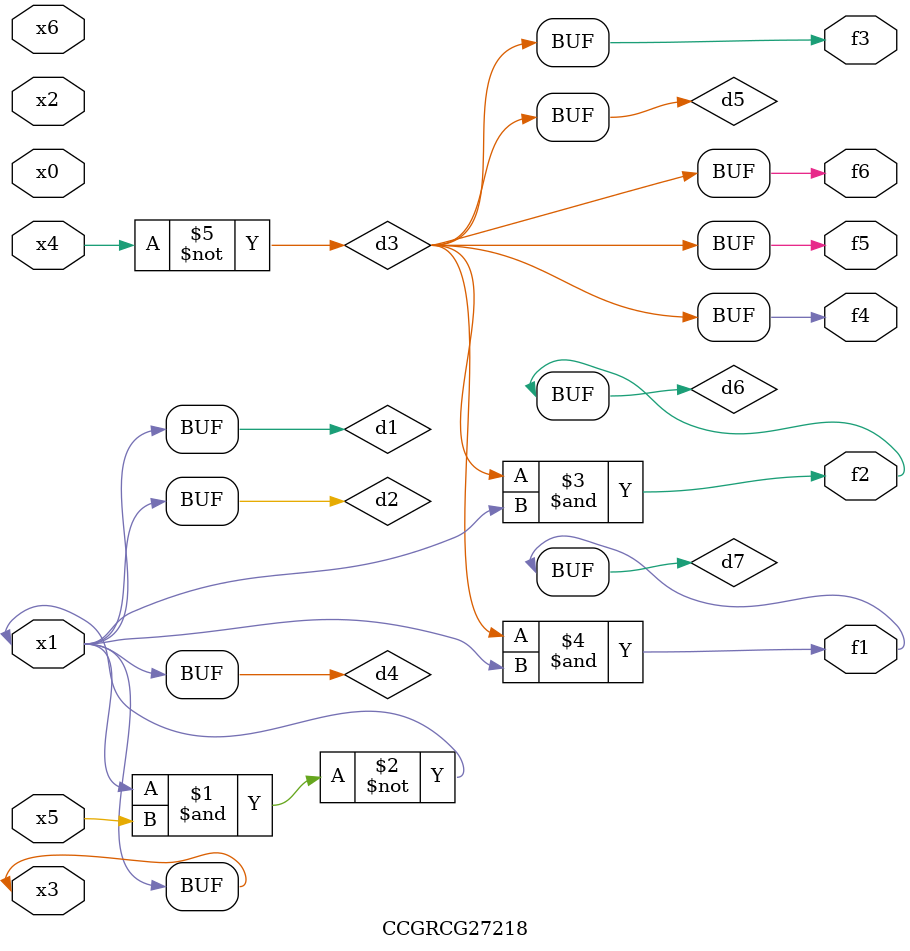
<source format=v>
module CCGRCG27218(
	input x0, x1, x2, x3, x4, x5, x6,
	output f1, f2, f3, f4, f5, f6
);

	wire d1, d2, d3, d4, d5, d6, d7;

	buf (d1, x1, x3);
	nand (d2, x1, x5);
	not (d3, x4);
	buf (d4, d1, d2);
	buf (d5, d3);
	and (d6, d3, d4);
	and (d7, d3, d4);
	assign f1 = d7;
	assign f2 = d6;
	assign f3 = d5;
	assign f4 = d5;
	assign f5 = d5;
	assign f6 = d5;
endmodule

</source>
